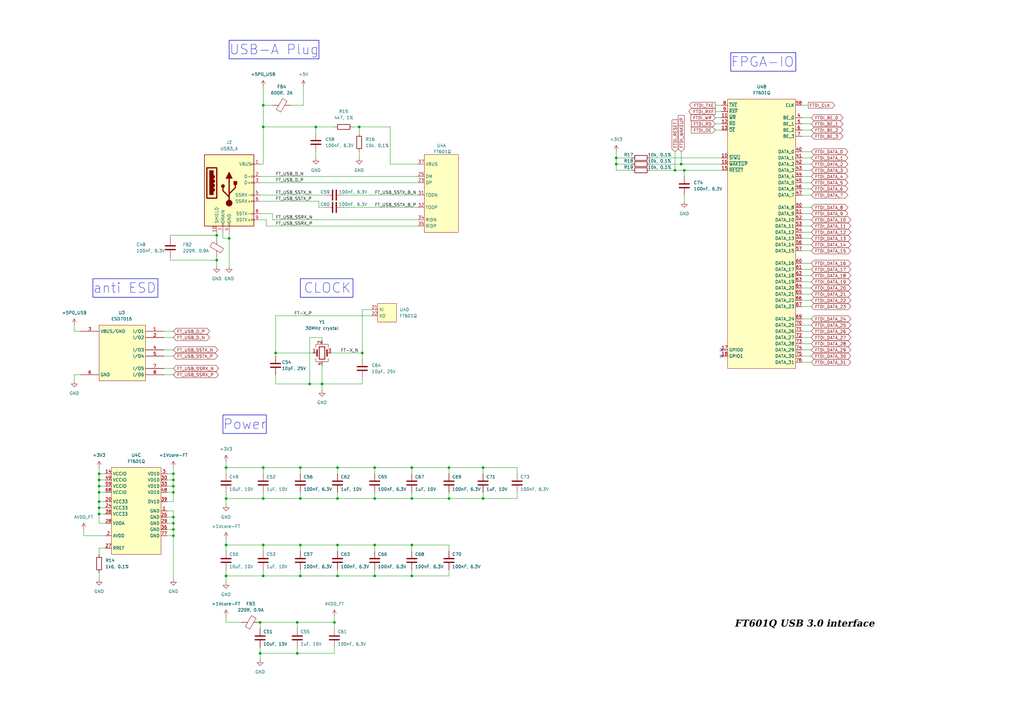
<source format=kicad_sch>
(kicad_sch (version 20231120) (generator "eeschema") (generator_version "8.0")
  (paper "A3")
  (title_block (title "MurPhy SDR") (date "2024-04-22") (company "M.P Inc"))
  (junction (at 40.64 208.28))
  (junction (at 40.64 205.74))
  (junction (at 71.12 194.31))
  (junction (at 123.19 191.77))
  (junction (at 148.59 144.78))
  (junction (at 198.12 191.77))
  (junction (at 71.12 219.71))
  (junction (at 107.95 236.22))
  (junction (at 138.43 204.47))
  (junction (at 71.12 217.17))
  (junction (at 71.12 214.63))
  (junction (at 153.67 236.22))
  (junction (at 168.91 191.77))
  (junction (at 121.92 255.27))
  (junction (at 280.67 69.85))
  (junction (at 40.64 201.93))
  (junction (at 40.64 194.31))
  (junction (at 138.43 191.77))
  (junction (at 168.91 236.22))
  (junction (at 252.73 67.31))
  (junction (at 127 157.48))
  (junction (at 107.95 43.18))
  (junction (at 123.19 236.22))
  (junction (at 153.67 223.52))
  (junction (at 184.15 191.77))
  (junction (at 138.43 236.22))
  (junction (at 279.4 67.31))
  (junction (at 153.67 204.47))
  (junction (at 129.54 52.07))
  (junction (at 252.73 64.77))
  (junction (at 184.15 204.47))
  (junction (at 40.64 199.39))
  (junction (at 107.95 223.52))
  (junction (at 138.43 223.52))
  (junction (at 276.86 69.85))
  (junction (at 92.71 204.47))
  (junction (at 106.68 267.97))
  (junction (at 168.91 223.52))
  (junction (at 92.71 223.52))
  (junction (at 107.95 52.07))
  (junction (at 71.12 212.09))
  (junction (at 107.95 191.77))
  (junction (at 137.16 255.27))
  (junction (at 71.12 199.39))
  (junction (at 106.68 255.27))
  (junction (at 40.64 196.85))
  (junction (at 147.32 52.07))
  (junction (at 198.12 204.47))
  (junction (at 121.92 267.97))
  (junction (at 71.12 201.93))
  (junction (at 107.95 204.47))
  (junction (at 93.98 97.79))
  (junction (at 88.9 106.68))
  (junction (at 92.71 191.77))
  (junction (at 71.12 196.85))
  (junction (at 88.9 96.52))
  (junction (at 40.64 210.82))
  (junction (at 123.19 204.47))
  (junction (at 92.71 236.22))
  (junction (at 132.08 157.48))
  (junction (at 123.19 223.52))
  (junction (at 168.91 204.47))
  (junction (at 113.03 144.78))
  (junction (at 153.67 191.77))
  (no_connect (at 295.91 146.05))
  (no_connect (at 295.91 143.51))
  (wire (pts (xy 328.93 140.97) (xy 332.74 140.97)))
  (wire (pts (xy 69.85 106.68) (xy 88.9 106.68)))
  (wire (pts (xy 138.43 191.77) (xy 153.67 191.77)))
  (wire (pts (xy 328.93 80.01) (xy 332.74 80.01)))
  (wire (pts (xy 328.93 48.26) (xy 332.74 48.26)))
  (wire (pts (xy 184.15 201.93) (xy 184.15 204.47)))
  (wire (pts (xy 129.54 52.07) (xy 107.95 52.07)))
  (wire (pts (xy 40.64 194.31) (xy 40.64 196.85)))
  (wire (pts (xy 148.59 144.78) (xy 148.59 147.32)))
  (wire (pts (xy 168.91 223.52) (xy 168.91 226.06)))
  (wire (pts (xy 88.9 106.68) (xy 88.9 109.22)))
  (wire (pts (xy 153.67 223.52) (xy 168.91 223.52)))
  (wire (pts (xy 184.15 223.52) (xy 184.15 226.06)))
  (wire (pts (xy 124.46 43.18) (xy 124.46 35.56)))
  (wire (pts (xy 68.58 209.55) (xy 71.12 209.55)))
  (wire (pts (xy 88.9 105.41) (xy 88.9 106.68)))
  (wire (pts (xy 71.12 146.05) (xy 67.31 146.05)))
  (wire (pts (xy 132.08 138.43) (xy 127 138.43)))
  (wire (pts (xy 107.95 223.52) (xy 123.19 223.52)))
  (wire (pts (xy 92.71 223.52) (xy 107.95 223.52)))
  (wire (pts (xy 106.68 267.97) (xy 121.92 267.97)))
  (wire (pts (xy 106.68 267.97) (xy 106.68 270.51)))
  (wire (pts (xy 132.08 149.86) (xy 132.08 157.48)))
  (wire (pts (xy 68.58 201.93) (xy 71.12 201.93)))
  (wire (pts (xy 107.95 201.93) (xy 107.95 204.47)))
  (wire (pts (xy 147.32 62.23) (xy 147.32 64.77)))
  (wire (pts (xy 40.64 201.93) (xy 40.64 205.74)))
  (wire (pts (xy 121.92 255.27) (xy 121.92 257.81)))
  (wire (pts (xy 69.85 96.52) (xy 88.9 96.52)))
  (wire (pts (xy 111.76 43.18) (xy 107.95 43.18)))
  (wire (pts (xy 259.08 69.85) (xy 252.73 69.85)))
  (wire (pts (xy 93.98 97.79) (xy 93.98 109.22)))
  (wire (pts (xy 252.73 62.23) (xy 252.73 64.77)))
  (wire (pts (xy 293.37 43.18) (xy 295.91 43.18)))
  (wire (pts (xy 123.19 201.93) (xy 123.19 204.47)))
  (wire (pts (xy 252.73 67.31) (xy 259.08 67.31)))
  (wire (pts (xy 71.12 201.93) (xy 71.12 205.74)))
  (wire (pts (xy 92.71 236.22) (xy 107.95 236.22)))
  (wire (pts (xy 328.93 143.51) (xy 332.74 143.51)))
  (wire (pts (xy 68.58 214.63) (xy 71.12 214.63)))
  (wire (pts (xy 43.18 194.31) (xy 40.64 194.31)))
  (wire (pts (xy 293.37 45.72) (xy 295.91 45.72)))
  (wire (pts (xy 33.02 135.89) (xy 30.48 135.89)))
  (wire (pts (xy 40.64 224.79) (xy 40.64 227.33)))
  (wire (pts (xy 276.86 69.85) (xy 280.67 69.85)))
  (wire (pts (xy 328.93 62.23) (xy 332.74 62.23)))
  (wire (pts (xy 138.43 191.77) (xy 138.43 194.31)))
  (wire (pts (xy 107.95 233.68) (xy 107.95 236.22)))
  (wire (pts (xy 119.38 43.18) (xy 124.46 43.18)))
  (wire (pts (xy 40.64 196.85) (xy 43.18 196.85)))
  (wire (pts (xy 91.44 95.25) (xy 91.44 97.79)))
  (wire (pts (xy 328.93 53.34) (xy 332.74 53.34)))
  (wire (pts (xy 71.12 194.31) (xy 71.12 196.85)))
  (wire (pts (xy 137.16 265.43) (xy 137.16 267.97)))
  (wire (pts (xy 92.71 204.47) (xy 92.71 207.01)))
  (wire (pts (xy 328.93 107.95) (xy 332.74 107.95)))
  (wire (pts (xy 328.93 50.8) (xy 332.74 50.8)))
  (wire (pts (xy 328.93 125.73) (xy 332.74 125.73)))
  (wire (pts (xy 43.18 219.71) (xy 34.29 219.71)))
  (wire (pts (xy 106.68 72.39) (xy 171.45 72.39)))
  (wire (pts (xy 280.67 82.55) (xy 280.67 80.01)))
  (wire (pts (xy 69.85 105.41) (xy 69.85 106.68)))
  (wire (pts (xy 71.12 135.89) (xy 67.31 135.89)))
  (wire (pts (xy 109.22 90.17) (xy 109.22 92.71)))
  (wire (pts (xy 280.67 72.39) (xy 280.67 69.85)))
  (wire (pts (xy 93.98 95.25) (xy 93.98 97.79)))
  (wire (pts (xy 111.76 90.17) (xy 171.45 90.17)))
  (wire (pts (xy 132.08 157.48) (xy 148.59 157.48)))
  (wire (pts (xy 33.02 153.67) (xy 30.48 153.67)))
  (wire (pts (xy 71.12 199.39) (xy 71.12 201.93)))
  (wire (pts (xy 328.93 135.89) (xy 332.74 135.89)))
  (wire (pts (xy 138.43 201.93) (xy 138.43 204.47)))
  (wire (pts (xy 92.71 189.23) (xy 92.71 191.77)))
  (wire (pts (xy 147.32 52.07) (xy 160.02 52.07)))
  (wire (pts (xy 106.68 80.01) (xy 133.35 80.01)))
  (wire (pts (xy 153.67 223.52) (xy 153.67 226.06)))
  (wire (pts (xy 328.93 67.31) (xy 332.74 67.31)))
  (wire (pts (xy 252.73 64.77) (xy 259.08 64.77)))
  (wire (pts (xy 212.09 201.93) (xy 212.09 204.47)))
  (wire (pts (xy 328.93 118.11) (xy 332.74 118.11)))
  (wire (pts (xy 279.4 62.23) (xy 279.4 67.31)))
  (wire (pts (xy 106.68 90.17) (xy 109.22 90.17)))
  (wire (pts (xy 135.89 144.78) (xy 148.59 144.78)))
  (wire (pts (xy 71.12 153.67) (xy 67.31 153.67)))
  (wire (pts (xy 106.68 255.27) (xy 121.92 255.27)))
  (wire (pts (xy 328.93 64.77) (xy 332.74 64.77)))
  (wire (pts (xy 92.71 223.52) (xy 92.71 226.06)))
  (wire (pts (xy 168.91 191.77) (xy 168.91 194.31)))
  (wire (pts (xy 168.91 233.68) (xy 168.91 236.22)))
  (wire (pts (xy 68.58 217.17) (xy 71.12 217.17)))
  (wire (pts (xy 92.71 236.22) (xy 92.71 238.76)))
  (wire (pts (xy 276.86 62.23) (xy 276.86 69.85)))
  (wire (pts (xy 106.68 67.31) (xy 107.95 67.31)))
  (wire (pts (xy 40.64 196.85) (xy 40.64 199.39)))
  (wire (pts (xy 328.93 115.57) (xy 332.74 115.57)))
  (wire (pts (xy 328.93 90.17) (xy 332.74 90.17)))
  (wire (pts (xy 130.81 82.55) (xy 106.68 82.55)))
  (wire (pts (xy 92.71 201.93) (xy 92.71 204.47)))
  (wire (pts (xy 266.7 69.85) (xy 276.86 69.85)))
  (wire (pts (xy 71.12 214.63) (xy 71.12 217.17)))
  (wire (pts (xy 68.58 212.09) (xy 71.12 212.09)))
  (wire (pts (xy 138.43 204.47) (xy 153.67 204.47)))
  (wire (pts (xy 153.67 191.77) (xy 153.67 194.31)))
  (wire (pts (xy 129.54 52.07) (xy 129.54 54.61)))
  (wire (pts (xy 71.12 138.43) (xy 67.31 138.43)))
  (wire (pts (xy 123.19 233.68) (xy 123.19 236.22)))
  (wire (pts (xy 40.64 210.82) (xy 40.64 214.63)))
  (wire (pts (xy 328.93 148.59) (xy 332.74 148.59)))
  (wire (pts (xy 328.93 87.63) (xy 332.74 87.63)))
  (wire (pts (xy 107.95 223.52) (xy 107.95 226.06)))
  (wire (pts (xy 160.02 52.07) (xy 160.02 67.31)))
  (wire (pts (xy 123.19 223.52) (xy 123.19 226.06)))
  (wire (pts (xy 147.32 52.07) (xy 147.32 54.61)))
  (wire (pts (xy 140.97 85.09) (xy 171.45 85.09)))
  (wire (pts (xy 30.48 133.35) (xy 30.48 135.89)))
  (wire (pts (xy 40.64 234.95) (xy 40.64 237.49)))
  (wire (pts (xy 123.19 191.77) (xy 123.19 194.31)))
  (wire (pts (xy 328.93 130.81) (xy 332.74 130.81)))
  (wire (pts (xy 144.78 52.07) (xy 147.32 52.07)))
  (wire (pts (xy 266.7 64.77) (xy 295.91 64.77)))
  (wire (pts (xy 184.15 204.47) (xy 198.12 204.47)))
  (wire (pts (xy 123.19 204.47) (xy 138.43 204.47)))
  (wire (pts (xy 68.58 194.31) (xy 71.12 194.31)))
  (wire (pts (xy 40.64 210.82) (xy 43.18 210.82)))
  (wire (pts (xy 30.48 153.67) (xy 30.48 156.21)))
  (wire (pts (xy 107.95 204.47) (xy 123.19 204.47)))
  (wire (pts (xy 140.97 80.01) (xy 171.45 80.01)))
  (wire (pts (xy 113.03 157.48) (xy 127 157.48)))
  (wire (pts (xy 92.71 255.27) (xy 99.06 255.27)))
  (wire (pts (xy 106.68 255.27) (xy 106.68 257.81)))
  (wire (pts (xy 328.93 102.87) (xy 332.74 102.87)))
  (wire (pts (xy 132.08 157.48) (xy 132.08 160.02)))
  (wire (pts (xy 92.71 220.98) (xy 92.71 223.52)))
  (wire (pts (xy 107.95 35.56) (xy 107.95 43.18)))
  (wire (pts (xy 168.91 201.93) (xy 168.91 204.47)))
  (wire (pts (xy 106.68 74.93) (xy 171.45 74.93)))
  (wire (pts (xy 71.12 191.77) (xy 71.12 194.31)))
  (wire (pts (xy 113.03 144.78) (xy 113.03 129.54)))
  (wire (pts (xy 123.19 223.52) (xy 138.43 223.52)))
  (wire (pts (xy 168.91 236.22) (xy 184.15 236.22)))
  (wire (pts (xy 138.43 223.52) (xy 153.67 223.52)))
  (wire (pts (xy 71.12 196.85) (xy 71.12 199.39)))
  (wire (pts (xy 123.19 236.22) (xy 138.43 236.22)))
  (wire (pts (xy 88.9 95.25) (xy 88.9 96.52)))
  (wire (pts (xy 138.43 223.52) (xy 138.43 226.06)))
  (wire (pts (xy 293.37 50.8) (xy 295.91 50.8)))
  (wire (pts (xy 252.73 67.31) (xy 252.73 69.85)))
  (wire (pts (xy 107.95 52.07) (xy 107.95 67.31)))
  (wire (pts (xy 252.73 64.77) (xy 252.73 67.31)))
  (wire (pts (xy 168.91 223.52) (xy 184.15 223.52)))
  (wire (pts (xy 107.95 236.22) (xy 123.19 236.22)))
  (wire (pts (xy 184.15 191.77) (xy 198.12 191.77)))
  (wire (pts (xy 328.93 69.85) (xy 332.74 69.85)))
  (wire (pts (xy 130.81 85.09) (xy 130.81 82.55)))
  (wire (pts (xy 328.93 55.88) (xy 332.74 55.88)))
  (wire (pts (xy 40.64 191.77) (xy 40.64 194.31)))
  (wire (pts (xy 198.12 191.77) (xy 212.09 191.77)))
  (wire (pts (xy 153.67 191.77) (xy 168.91 191.77)))
  (wire (pts (xy 88.9 96.52) (xy 88.9 97.79)))
  (wire (pts (xy 71.12 209.55) (xy 71.12 212.09)))
  (wire (pts (xy 43.18 224.79) (xy 40.64 224.79)))
  (wire (pts (xy 92.71 191.77) (xy 107.95 191.77)))
  (wire (pts (xy 328.93 85.09) (xy 332.74 85.09)))
  (wire (pts (xy 152.4 127) (xy 148.59 127)))
  (wire (pts (xy 328.93 146.05) (xy 332.74 146.05)))
  (wire (pts (xy 113.03 144.78) (xy 128.27 144.78)))
  (wire (pts (xy 71.12 151.13) (xy 67.31 151.13)))
  (wire (pts (xy 328.93 138.43) (xy 332.74 138.43)))
  (wire (pts (xy 328.93 43.18) (xy 331.47 43.18)))
  (wire (pts (xy 40.64 199.39) (xy 43.18 199.39)))
  (wire (pts (xy 137.16 255.27) (xy 137.16 257.81)))
  (wire (pts (xy 71.12 212.09) (xy 71.12 214.63)))
  (wire (pts (xy 107.95 191.77) (xy 123.19 191.77)))
  (wire (pts (xy 106.68 87.63) (xy 111.76 87.63)))
  (wire (pts (xy 168.91 191.77) (xy 184.15 191.77)))
  (wire (pts (xy 71.12 217.17) (xy 71.12 219.71)))
  (wire (pts (xy 121.92 265.43) (xy 121.92 267.97)))
  (wire (pts (xy 266.7 67.31) (xy 279.4 67.31)))
  (wire (pts (xy 328.93 110.49) (xy 332.74 110.49)))
  (wire (pts (xy 111.76 87.63) (xy 111.76 90.17)))
  (wire (pts (xy 153.67 201.93) (xy 153.67 204.47)))
  (wire (pts (xy 184.15 233.68) (xy 184.15 236.22)))
  (wire (pts (xy 153.67 204.47) (xy 168.91 204.47)))
  (wire (pts (xy 71.12 143.51) (xy 67.31 143.51)))
  (wire (pts (xy 212.09 191.77) (xy 212.09 194.31)))
  (wire (pts (xy 34.29 217.17) (xy 34.29 219.71)))
  (wire (pts (xy 198.12 204.47) (xy 212.09 204.47)))
  (wire (pts (xy 160.02 67.31) (xy 171.45 67.31)))
  (wire (pts (xy 293.37 48.26) (xy 295.91 48.26)))
  (wire (pts (xy 68.58 205.74) (xy 71.12 205.74)))
  (wire (pts (xy 328.93 97.79) (xy 332.74 97.79)))
  (wire (pts (xy 40.64 199.39) (xy 40.64 201.93)))
  (wire (pts (xy 40.64 208.28) (xy 43.18 208.28)))
  (wire (pts (xy 328.93 133.35) (xy 332.74 133.35)))
  (wire (pts (xy 328.93 77.47) (xy 332.74 77.47)))
  (wire (pts (xy 328.93 95.25) (xy 332.74 95.25)))
  (wire (pts (xy 184.15 191.77) (xy 184.15 194.31)))
  (wire (pts (xy 328.93 74.93) (xy 332.74 74.93)))
  (wire (pts (xy 137.16 252.73) (xy 137.16 255.27)))
  (wire (pts (xy 123.19 191.77) (xy 138.43 191.77)))
  (wire (pts (xy 71.12 219.71) (xy 71.12 237.49)))
  (wire (pts (xy 328.93 100.33) (xy 332.74 100.33)))
  (wire (pts (xy 328.93 113.03) (xy 332.74 113.03)))
  (wire (pts (xy 40.64 201.93) (xy 43.18 201.93)))
  (wire (pts (xy 138.43 236.22) (xy 153.67 236.22)))
  (wire (pts (xy 107.95 191.77) (xy 107.95 194.31)))
  (wire (pts (xy 121.92 255.27) (xy 137.16 255.27)))
  (wire (pts (xy 91.44 97.79) (xy 93.98 97.79)))
  (wire (pts (xy 168.91 204.47) (xy 184.15 204.47)))
  (wire (pts (xy 107.95 43.18) (xy 107.95 52.07)))
  (wire (pts (xy 198.12 201.93) (xy 198.12 204.47)))
  (wire (pts (xy 132.08 139.7) (xy 132.08 138.43)))
  (wire (pts (xy 293.37 53.34) (xy 295.91 53.34)))
  (wire (pts (xy 129.54 62.23) (xy 129.54 64.77)))
  (wire (pts (xy 328.93 120.65) (xy 332.74 120.65)))
  (wire (pts (xy 148.59 127) (xy 148.59 144.78)))
  (wire (pts (xy 133.35 85.09) (xy 130.81 85.09)))
  (wire (pts (xy 40.64 208.28) (xy 40.64 210.82)))
  (wire (pts (xy 328.93 72.39) (xy 332.74 72.39)))
  (wire (pts (xy 92.71 204.47) (xy 107.95 204.47)))
  (wire (pts (xy 198.12 191.77) (xy 198.12 194.31)))
  (wire (pts (xy 92.71 233.68) (xy 92.71 236.22)))
  (wire (pts (xy 153.67 233.68) (xy 153.67 236.22)))
  (wire (pts (xy 127 138.43) (xy 127 157.48)))
  (wire (pts (xy 109.22 92.71) (xy 171.45 92.71)))
  (wire (pts (xy 113.03 146.05) (xy 113.03 144.78)))
  (wire (pts (xy 40.64 205.74) (xy 43.18 205.74)))
  (wire (pts (xy 138.43 233.68) (xy 138.43 236.22)))
  (wire (pts (xy 148.59 157.48) (xy 148.59 154.94)))
  (wire (pts (xy 127 157.48) (xy 132.08 157.48)))
  (wire (pts (xy 68.58 196.85) (xy 71.12 196.85)))
  (wire (pts (xy 40.64 205.74) (xy 40.64 208.28)))
  (wire (pts (xy 121.92 267.97) (xy 137.16 267.97)))
  (wire (pts (xy 328.93 123.19) (xy 332.74 123.19)))
  (wire (pts (xy 92.71 191.77) (xy 92.71 194.31)))
  (wire (pts (xy 328.93 92.71) (xy 332.74 92.71)))
  (wire (pts (xy 129.54 52.07) (xy 137.16 52.07)))
  (wire (pts (xy 113.03 153.67) (xy 113.03 157.48)))
  (wire (pts (xy 113.03 129.54) (xy 152.4 129.54)))
  (wire (pts (xy 92.71 252.73) (xy 92.71 255.27)))
  (wire (pts (xy 279.4 67.31) (xy 295.91 67.31)))
  (wire (pts (xy 68.58 219.71) (xy 71.12 219.71)))
  (wire (pts (xy 43.18 214.63) (xy 40.64 214.63)))
  (wire (pts (xy 68.58 199.39) (xy 71.12 199.39)))
  (wire (pts (xy 280.67 69.85) (xy 295.91 69.85)))
  (wire (pts (xy 69.85 97.79) (xy 69.85 96.52)))
  (wire (pts (xy 153.67 236.22) (xy 168.91 236.22)))
  (wire (pts (xy 106.68 265.43) (xy 106.68 267.97)))
  (rectangle (start 93.98 16.51) (end 130.81 24.13) (stroke (width 0.2159)))
  (rectangle (start 299.72 21.59) (end 326.39 29.21) (stroke (width 0.2159)))
  (rectangle (start 38.1 114.3) (end 64.77 121.92) (stroke (width 0.2159)))
  (rectangle (start 123.19 114.3) (end 144.78 121.92) (stroke (width 0.2159)))
  (rectangle (start 91.44 170.18) (end 109.22 177.8) (stroke (width 0.2159)))
  (text "CLOCK" (at 124.46 120.65 0) (effects (font (size 4 4)) (justify left bottom)))
  (text "FT601Q USB 3.0 interface" (at 329.946 256.794 0) (effects (font (size 2.794 2.794) (thickness 1.016) (bold yes) (italic yes))))
  (text "Power" (at 91.44 176.53 0) (effects (font (size 4 4)) (justify left bottom)))
  (text "USB-A Plug" (at 93.98 22.86 0) (effects (font (size 4 4)) (justify left bottom)))
  (text "anti ESD" (at 38.1 120.65 0) (effects (font (size 4 4)) (justify left bottom)))
  (text "FPGA-IO" (at 299.72 27.94 0) (effects (font (size 4 4)) (justify left bottom)))
  (label "FT_USB_SSTX_P" (at 113.03 82.55 0))
  (label "FT-X_P" (at 120.65 129.54 0))
  (label "FT-X_N" (at 139.7 144.78 0))
  (label "FT_USB_D_N" (at 113.03 72.39 0))
  (label "FT_USB_SSTX_B_P" (at 153.67 85.09 0))
  (label "FT_USB_SSTX_B_N" (at 153.67 80.01 0))
  (label "FT_USB_SSRX_N" (at 113.03 90.17 0))
  (label "FT_USB_SSTX_N" (at 113.03 80.01 0))
  (label "FT_USB_D_P" (at 113.03 74.93 0))
  (label "FT_USB_SSRX_P" (at 113.03 92.71 0))
  (global_label "FTDI_OE" (shape input) (at 293.37 53.34 180) (property "Intersheetrefs" "${INTERSHEET_REFS}" (effects (hide yes))))
  (global_label "FTDI_DATA_24" (shape bidirectional) (at 332.74 130.81 0) (property "Intersheetrefs" "${INTERSHEET_REFS}" (effects (hide yes))))
  (global_label "FTDI_DATA_21" (shape bidirectional) (at 332.74 120.65 0) (property "Intersheetrefs" "${INTERSHEET_REFS}" (effects (hide yes))))
  (global_label "FTDI_BE_0" (shape bidirectional) (at 332.74 48.26 0) (property "Intersheetrefs" "${INTERSHEET_REFS}" (effects (hide yes))))
  (global_label "FTDI_RXF" (shape output) (at 293.37 45.72 180) (property "Intersheetrefs" "${INTERSHEET_REFS}" (effects (hide yes))))
  (global_label "FTDI_DATA_9" (shape bidirectional) (at 332.74 87.63 0) (property "Intersheetrefs" "${INTERSHEET_REFS}" (effects (hide yes))))
  (global_label "FTDI_DATA_20" (shape bidirectional) (at 332.74 118.11 0) (property "Intersheetrefs" "${INTERSHEET_REFS}" (effects (hide yes))))
  (global_label "FTDI_WR" (shape input) (at 293.37 48.26 180) (property "Intersheetrefs" "${INTERSHEET_REFS}" (effects (hide yes))))
  (global_label "FTDI_DATA_11" (shape bidirectional) (at 332.74 92.71 0) (property "Intersheetrefs" "${INTERSHEET_REFS}" (effects (hide yes))))
  (global_label "FTDI_DATA_28" (shape bidirectional) (at 332.74 140.97 0) (property "Intersheetrefs" "${INTERSHEET_REFS}" (effects (hide yes))))
  (global_label "FTDI_DATA_25" (shape bidirectional) (at 332.74 133.35 0) (property "Intersheetrefs" "${INTERSHEET_REFS}" (effects (hide yes))))
  (global_label "FTDI_DATA_22" (shape bidirectional) (at 332.74 123.19 0) (property "Intersheetrefs" "${INTERSHEET_REFS}" (effects (hide yes))))
  (global_label "FTDI_DATA_13" (shape bidirectional) (at 332.74 97.79 0) (property "Intersheetrefs" "${INTERSHEET_REFS}" (effects (hide yes))))
  (global_label "FTDI_DATA_7" (shape bidirectional) (at 332.74 80.01 0) (property "Intersheetrefs" "${INTERSHEET_REFS}" (effects (hide yes))))
  (global_label "FT_USB_SSTX_P" (shape bidirectional) (at 71.12 146.05 0) (property "Intersheetrefs" "${INTERSHEET_REFS}" (effects (hide yes))))
  (global_label "FTDI_DATA_4" (shape bidirectional) (at 332.74 72.39 0) (property "Intersheetrefs" "${INTERSHEET_REFS}" (effects (hide yes))))
  (global_label "FTDI_RESET" (shape input) (at 276.86 62.23 90) (property "Intersheetrefs" "${INTERSHEET_REFS}" (effects (hide yes))))
  (global_label "FTDI_DATA_3" (shape bidirectional) (at 332.74 69.85 0) (property "Intersheetrefs" "${INTERSHEET_REFS}" (effects (hide yes))))
  (global_label "FTDI_DATA_19" (shape bidirectional) (at 332.74 115.57 0) (property "Intersheetrefs" "${INTERSHEET_REFS}" (effects (hide yes))))
  (global_label "FT_USB_SSRX_P" (shape bidirectional) (at 71.12 153.67 0) (property "Intersheetrefs" "${INTERSHEET_REFS}" (effects (hide yes))))
  (global_label "FTDI_DATA_5" (shape bidirectional) (at 332.74 74.93 0) (property "Intersheetrefs" "${INTERSHEET_REFS}" (effects (hide yes))))
  (global_label "FTDI_DATA_27" (shape bidirectional) (at 332.74 138.43 0) (property "Intersheetrefs" "${INTERSHEET_REFS}" (effects (hide yes))))
  (global_label "FTDI_RD" (shape input) (at 293.37 50.8 180) (property "Intersheetrefs" "${INTERSHEET_REFS}" (effects (hide yes))))
  (global_label "FTDI_DATA_31" (shape bidirectional) (at 332.74 148.59 0) (property "Intersheetrefs" "${INTERSHEET_REFS}" (effects (hide yes))))
  (global_label "FTDI_DATA_14" (shape bidirectional) (at 332.74 100.33 0) (property "Intersheetrefs" "${INTERSHEET_REFS}" (effects (hide yes))))
  (global_label "FTDI_DATA_10" (shape bidirectional) (at 332.74 90.17 0) (property "Intersheetrefs" "${INTERSHEET_REFS}" (effects (hide yes))))
  (global_label "FTDI_DATA_0" (shape bidirectional) (at 332.74 62.23 0) (property "Intersheetrefs" "${INTERSHEET_REFS}" (effects (hide yes))))
  (global_label "FTDI_WAKEUP" (shape input) (at 279.4 62.23 90) (property "Intersheetrefs" "${INTERSHEET_REFS}" (effects (hide yes))))
  (global_label "FTDI_DATA_12" (shape bidirectional) (at 332.74 95.25 0) (property "Intersheetrefs" "${INTERSHEET_REFS}" (effects (hide yes))))
  (global_label "FTDI_DATA_18" (shape bidirectional) (at 332.74 113.03 0) (property "Intersheetrefs" "${INTERSHEET_REFS}" (effects (hide yes))))
  (global_label "FTDI_DATA_23" (shape bidirectional) (at 332.74 125.73 0) (property "Intersheetrefs" "${INTERSHEET_REFS}" (effects (hide yes))))
  (global_label "FTDI_BE_3" (shape bidirectional) (at 332.74 55.88 0) (property "Intersheetrefs" "${INTERSHEET_REFS}" (effects (hide yes))))
  (global_label "FTDI_DATA_2" (shape bidirectional) (at 332.74 67.31 0) (property "Intersheetrefs" "${INTERSHEET_REFS}" (effects (hide yes))))
  (global_label "FT_USB_SSRX_N" (shape bidirectional) (at 71.12 151.13 0) (property "Intersheetrefs" "${INTERSHEET_REFS}" (effects (hide yes))))
  (global_label "FTDI_CLK" (shape output) (at 331.47 43.18 0) (property "Intersheetrefs" "${INTERSHEET_REFS}" (effects (hide yes))))
  (global_label "FTDI_BE_1" (shape bidirectional) (at 332.74 50.8 0) (property "Intersheetrefs" "${INTERSHEET_REFS}" (effects (hide yes))))
  (global_label "FTDI_DATA_1" (shape bidirectional) (at 332.74 64.77 0) (property "Intersheetrefs" "${INTERSHEET_REFS}" (effects (hide yes))))
  (global_label "FTDI_BE_2" (shape bidirectional) (at 332.74 53.34 0) (property "Intersheetrefs" "${INTERSHEET_REFS}" (effects (hide yes))))
  (global_label "FTDI_DATA_30" (shape bidirectional) (at 332.74 146.05 0) (property "Intersheetrefs" "${INTERSHEET_REFS}" (effects (hide yes))))
  (global_label "FTDI_TXE" (shape output) (at 293.37 43.18 180) (property "Intersheetrefs" "${INTERSHEET_REFS}" (effects (hide yes))))
  (global_label "FTDI_DATA_17" (shape bidirectional) (at 332.74 110.49 0) (property "Intersheetrefs" "${INTERSHEET_REFS}" (effects (hide yes))))
  (global_label "FTDI_DATA_15" (shape bidirectional) (at 332.74 102.87 0) (property "Intersheetrefs" "${INTERSHEET_REFS}" (effects (hide yes))))
  (global_label "FTDI_DATA_6" (shape bidirectional) (at 332.74 77.47 0) (property "Intersheetrefs" "${INTERSHEET_REFS}" (effects (hide yes))))
  (global_label "FT_USB_D_P" (shape bidirectional) (at 71.12 135.89 0) (property "Intersheetrefs" "${INTERSHEET_REFS}" (effects (hide yes))))
  (global_label "FTDI_DATA_29" (shape bidirectional) (at 332.74 143.51 0) (property "Intersheetrefs" "${INTERSHEET_REFS}" (effects (hide yes))))
  (global_label "FT_USB_D_N" (shape bidirectional) (at 71.12 138.43 0) (property "Intersheetrefs" "${INTERSHEET_REFS}" (effects (hide yes))))
  (global_label "FTDI_DATA_26" (shape bidirectional) (at 332.74 135.89 0) (property "Intersheetrefs" "${INTERSHEET_REFS}" (effects (hide yes))))
  (global_label "FTDI_DATA_8" (shape bidirectional) (at 332.74 85.09 0) (property "Intersheetrefs" "${INTERSHEET_REFS}" (effects (hide yes))))
  (global_label "FTDI_DATA_16" (shape bidirectional) (at 332.74 107.95 0) (property "Intersheetrefs" "${INTERSHEET_REFS}" (effects (hide yes))))
  (global_label "FT_USB_SSTX_N" (shape bidirectional) (at 71.12 143.51 0) (property "Intersheetrefs" "${INTERSHEET_REFS}" (effects (hide yes))))
  (symbol (lib_id "MurPhySDR-symbols:+AVDD_FT") (at 137.16 252.73 0) (unit 1)
    (property "Reference" "#PWR055" (effects (hide yes)))
    (property "Value" "AVDD_FT" (at 137.16 247.65 0))
    (property "Footprint" "  (property \"Reference\" \"#PWR\" (at 0 -3.81 0)" (effects (hide yes)))
  )
  (symbol (lib_id "MurPhySDR-symbols:C") (at 123.19 198.12 0) (unit 1)
    (property "Reference" "C56" (at 124.46 195.58 0) (effects (justify left)))
    (property "Value" "100nF, 6.3V" (at 124.46 200.66 0) (effects (justify left)))
    (property "Footprint" "Capacitor_SMD:C_0201_0603Metric" (effects (hide yes)))
    (property "Description" "Unpolarized capacitor" (effects (hide yes)))
    (property "Manufacturer_Name" "Murata" (effects (hide yes)))
    (property "Manufacturer_Part_Number" "GRM033R60J104KE19D" (effects (hide yes)))
    (property "Mouser Part Number" "81-GRM033R60J104KE19" (effects (hide yes)))
  )
  (symbol (lib_id "MurPhySDR-symbols:C") (at 137.16 80.01 90) (unit 1)
    (property "Reference" "C59" (at 133.35 78.74 90))
    (property "Value" "100nF, 6.3V" (at 144.78 78.74 90))
    (property "Footprint" "Capacitor_SMD:C_0201_0603Metric" (effects (hide yes)))
    (property "Description" "Unpolarized capacitor" (effects (hide yes)))
    (property "Manufacturer_Name" "Murata" (effects (hide yes)))
    (property "Manufacturer_Part_Number" "GRM033R60J104KE19D" (effects (hide yes)))
    (property "Mouser Part Number" "81-GRM033R60J104KE19" (effects (hide yes)))
  )
  (symbol (lib_id "MurPhySDR-symbols:C") (at 184.15 198.12 0) (unit 1)
    (property "Reference" "C69" (at 185.42 195.58 0) (effects (justify left)))
    (property "Value" "100nF, 6.3V" (at 185.42 200.66 0) (effects (justify left)))
    (property "Footprint" "Capacitor_SMD:C_0201_0603Metric" (effects (hide yes)))
    (property "Description" "Unpolarized capacitor" (effects (hide yes)))
    (property "Manufacturer_Name" "Murata" (effects (hide yes)))
    (property "Manufacturer_Part_Number" "GRM033R60J104KE19D" (effects (hide yes)))
    (property "Mouser Part Number" "81-GRM033R60J104KE19" (effects (hide yes)))
  )
  (symbol (lib_id "MurPhySDR-symbols:FerriteBead") (at 102.87 255.27 90) (unit 1)
    (property "Reference" "FB3" (at 102.8192 247.65 90))
    (property "Value" "220R, 0.9A" (at 102.8192 250.19 90))
    (property "Footprint" "Inductor_SMD:L_0402_1005Metric" (effects (hide yes)))
    (property "Description" "Ferrite bead" (effects (hide yes)))
    (property "Manufacturer_Name" "TDK" (effects (hide yes)))
    (property "Manufacturer_Part_Number" "MPZ1005S221ET000" (effects (hide yes)))
    (property "Mouser Part Number" "810-MPZ1005S221ET000" (effects (hide yes)))
  )
  (symbol (lib_id "MurPhySDR-symbols:C") (at 148.59 151.13 0) (unit 1)
    (property "Reference" "C64" (at 152.4 149.86 0) (effects (justify left)))
    (property "Value" "10pF, 25V" (at 152.4 152.4 0) (effects (justify left)))
    (property "Footprint" "Capacitor_SMD:C_0402_1005Metric" (effects (hide yes)))
    (property "Description" "Unpolarized capacitor" (effects (hide yes)))
    (property "Manufacturer_Name" "Murata" (effects (hide yes)))
    (property "Manufacturer_Part_Number" "GRM1555C1E100JA01D" (effects (hide yes)))
    (property "Mouser Part Number" "81-GRM1555C1E100JA1D" (effects (hide yes)))
  )
  (symbol (lib_id "MurPhySDR-symbols:+1Vcore-FT") (at 92.71 220.98 0) (unit 1)
    (property "Reference" "#PWR046" (effects (hide yes)))
    (property "Value" "+1Vcore-FT" (at 92.71 215.9 0))
    (property "Footprint" "  (property \"Reference\" \"#PWR\" (at 0 -3.81 0)" (effects (hide yes)))
  )
  (symbol (lib_id "MurPhySDR-symbols:+VCC5P0_USB") (at 30.48 133.35 0) (unit 1)
    (property "Reference" "#PWR036" (effects (hide yes)))
    (property "Value" "+5P0_USB" (at 30.48 128.27 0))
    (property "Footprint" "  (property \"Reference\" \"#PWR\" (at 0 -3.81 0)" (effects (hide yes)))
  )
  (symbol (lib_id "MurPhySDR-symbols:GND") (at 30.48 156.21 0) (unit 1)
    (property "Reference" "#PWR037" (effects (hide yes)))
    (property "Value" "GND" (at 30.48 161.29 0))
    (property "Description" "Power symbol creates a global label with name \"GND\" , ground" (effects (hide yes)))
  )
  (symbol (lib_id "MurPhySDR-symbols:GND") (at 40.64 237.49 0) (unit 1)
    (property "Reference" "#PWR040" (effects (hide yes)))
    (property "Value" "GND" (at 40.64 242.57 0))
    (property "Description" "Power symbol creates a global label with name \"GND\" , ground" (effects (hide yes)))
  )
  (symbol (lib_id "MurPhySDR-symbols:R") (at 40.64 231.14 0) (unit 1)
    (property "Reference" "R14" (at 43.18 229.87 0) (effects (justify left)))
    (property "Value" "1k6, 0.1%" (at 43.18 232.41 0) (effects (justify left)))
    (property "Footprint" "Resistor_SMD:R_0402_1005Metric" (effects (hide yes)))
    (property "Description" "Resistor" (effects (hide yes)))
    (property "Manufacturer_Name" "YAGEO" (effects (hide yes)))
    (property "Manufacturer_Part_Number" "RT0402BRD071K6L" (effects (hide yes)))
    (property "Mouser Part Number" "603-RT0402BRD071K6L" (effects (hide yes)))
  )
  (symbol (lib_id "MurPhySDR-symbols:C") (at 138.43 229.87 0) (unit 1)
    (property "Reference" "C63" (at 139.7 227.33 0) (effects (justify left)))
    (property "Value" "100nF, 6.3V" (at 139.7 232.41 0) (effects (justify left)))
    (property "Footprint" "Capacitor_SMD:C_0201_0603Metric" (effects (hide yes)))
    (property "Description" "Unpolarized capacitor" (effects (hide yes)))
    (property "Manufacturer_Name" "Murata" (effects (hide yes)))
    (property "Manufacturer_Part_Number" "GRM033R60J104KE19D" (effects (hide yes)))
    (property "Mouser Part Number" "81-GRM033R60J104KE19" (effects (hide yes)))
  )
  (symbol (lib_id "MurPhySDR-symbols:C") (at 212.09 198.12 0) (unit 1)
    (property "Reference" "C73" (at 213.36 195.58 0) (effects (justify left)))
    (property "Value" "100nF, 6.3V" (at 213.36 200.66 0) (effects (justify left)))
    (property "Footprint" "Capacitor_SMD:C_0201_0603Metric" (effects (hide yes)))
    (property "Description" "Unpolarized capacitor" (effects (hide yes)))
    (property "Manufacturer_Name" "Murata" (effects (hide yes)))
    (property "Manufacturer_Part_Number" "GRM033R60J104KE19D" (effects (hide yes)))
    (property "Mouser Part Number" "81-GRM033R60J104KE19" (effects (hide yes)))
  )
  (symbol (lib_id "MurPhySDR-symbols:FerriteBead") (at 115.57 43.18 90) (unit 1)
    (property "Reference" "FB4" (at 115.5192 35.56 90))
    (property "Value" "600R, 2A" (at 115.5192 38.1 90))
    (property "Footprint" "Inductor_SMD:L_0805_2012Metric" (effects (hide yes)))
    (property "Description" "Ferrite bead" (effects (hide yes)))
    (property "Manufacturer_Name" "TDK" (effects (hide yes)))
    (property "Manufacturer_Part_Number" "MPZ2012S601AT000" (effects (hide yes)))
    (property "Mouser Part Number" "810-MPZ2012S601AT000" (effects (hide yes)))
  )
  (symbol (lib_id "MurPhySDR-symbols:C") (at 168.91 229.87 0) (unit 1)
    (property "Reference" "C68" (at 170.18 227.33 0) (effects (justify left)))
    (property "Value" "100nF, 6.3V" (at 170.18 232.41 0) (effects (justify left)))
    (property "Footprint" "Capacitor_SMD:C_0201_0603Metric" (effects (hide yes)))
    (property "Description" "Unpolarized capacitor" (effects (hide yes)))
    (property "Manufacturer_Name" "Murata" (effects (hide yes)))
    (property "Manufacturer_Part_Number" "GRM033R60J104KE19D" (effects (hide yes)))
    (property "Mouser Part Number" "81-GRM033R60J104KE19" (effects (hide yes)))
  )
  (symbol (lib_id "MurPhySDR-symbols:+5V") (at 124.46 35.56 0) (unit 1)
    (property "Reference" "#PWR052" (effects (hide yes)))
    (property "Value" "+5V" (at 124.46 30.48 0))
    (property "Description" "Power symbol creates a global label with name \"+5V\"" (effects (hide yes)))
  )
  (symbol (lib_id "MurPhySDR-symbols:C") (at 107.95 198.12 0) (unit 1)
    (property "Reference" "C52" (at 109.22 195.58 0) (effects (justify left)))
    (property "Value" "1uF, 10V" (at 109.22 200.66 0) (effects (justify left)))
    (property "Footprint" "Capacitor_SMD:C_0402_1005Metric" (effects (hide yes)))
    (property "Description" "Unpolarized capacitor" (effects (hide yes)))
    (property "Manufacturer_Name" "Murata" (effects (hide yes)))
    (property "Manufacturer_Part_Number" "GRM155Z71A105KE01D" (effects (hide yes)))
    (property "Mouser Part Number" "81-GRM155Z71A105KE1D" (effects (hide yes)))
  )
  (symbol (lib_id "MurPhySDR-symbols:+1Vcore-FT") (at 71.12 191.77 0) (unit 1)
    (property "Reference" "#PWR041" (effects (hide yes)))
    (property "Value" "+1Vcore-FT" (at 71.12 186.69 0))
    (property "Footprint" "  (property \"Reference\" \"#PWR\" (at 0 -3.81 0)" (effects (hide yes)))
  )
  (symbol (lib_id "MurPhySDR-symbols:GND") (at 129.54 64.77 0) (unit 1)
    (property "Reference" "#PWR053" (effects (hide yes)))
    (property "Value" "GND" (at 129.54 69.85 0))
    (property "Description" "Power symbol creates a global label with name \"GND\" , ground" (effects (hide yes)))
  )
  (symbol (lib_id "MurPhySDR-symbols:GND") (at 106.68 270.51 0) (unit 1)
    (property "Reference" "#PWR050" (effects (hide yes)))
    (property "Value" "GND" (at 106.68 275.59 0))
    (property "Description" "Power symbol creates a global label with name \"GND\" , ground" (effects (hide yes)))
  )
  (symbol (lib_id "MurPhySDR-symbols:GND") (at 132.08 160.02 0) (unit 1)
    (property "Reference" "#PWR054" (effects (hide yes)))
    (property "Value" "GND" (at 132.08 165.1 0))
    (property "Description" "Power symbol creates a global label with name \"GND\" , ground" (effects (hide yes)))
  )
  (symbol (lib_id "MurPhySDR-symbols:FT601Q-CUSTOM") (at 158.75 124.46 0) (unit 4)
    (property "Reference" "U4" (at 163.83 127 0) (effects (justify left)))
    (property "Value" "FT601Q" (at 163.83 129.54 0) (effects (justify left)))
    (property "Footprint" "Package_DFN_QFN:QFN-76-1EP_9x9mm_P0.4mm_EP5.81x6.31mm" (effects (hide yes)))
    (property "Manufacturer_Name" "FTDI" (effects (hide yes)))
    (property "Manufacturer_Part_Number" "FT601Q-B-T" (effects (hide yes)))
    (property "Mouser Part Number" "895-FT601Q-B-T" (effects (hide yes)))
  )
  (symbol (lib_id "MurPhySDR-symbols:FerriteBead") (at 88.9 101.6 0) (unit 1)
    (property "Reference" "FB2" (at 74.93 100.33 0) (effects (justify left)))
    (property "Value" "220R, 0.9A" (at 74.93 102.87 0) (effects (justify left)))
    (property "Footprint" "Inductor_SMD:L_0402_1005Metric" (effects (hide yes)))
    (property "Description" "Ferrite bead" (effects (hide yes)))
    (property "Manufacturer_Name" "TDK" (effects (hide yes)))
    (property "Manufacturer_Part_Number" "MPZ1005S221ET000" (effects (hide yes)))
    (property "Mouser Part Number" "810-MPZ1005S221ET000" (effects (hide yes)))
  )
  (symbol (lib_id "MurPhySDR-symbols:R") (at 262.89 67.31 90) (unit 1)
    (property "Reference" "R18" (at 257.81 66.04 90))
    (property "Value" "10k, 0.1%" (at 270.51 66.04 90))
    (property "Footprint" "Resistor_SMD:R_0402_1005Metric" (effects (hide yes)))
    (property "Description" "Resistor" (effects (hide yes)))
    (property "Manufacturer_Name" "YAGEO" (effects (hide yes)))
    (property "Manufacturer_Part_Number" "RT0402BRD0710KL" (effects (hide yes)))
    (property "Mouser Part Number" "603-RT0402BRD0710KL" (effects (hide yes)))
  )
  (symbol (lib_id "MurPhySDR-symbols:GND") (at 280.67 82.55 0) (unit 1)
    (property "Reference" "#PWR058" (effects (hide yes)))
    (property "Value" "GND" (at 280.67 87.63 0))
    (property "Description" "Power symbol creates a global label with name \"GND\" , ground" (effects (hide yes)))
  )
  (symbol (lib_id "MurPhySDR-symbols:+3V3") (at 252.73 62.23 0) (unit 1)
    (property "Reference" "#PWR057" (effects (hide yes)))
    (property "Value" "+3V3" (at 252.73 57.15 0))
    (property "Description" "Power symbol creates a global label with name \"+3V3\"" (effects (hide yes)))
  )
  (symbol (lib_id "MurPhySDR-symbols:+1Vcore-FT") (at 92.71 252.73 0) (unit 1)
    (property "Reference" "#PWR048" (effects (hide yes)))
    (property "Value" "+1Vcore-FT" (at 92.71 247.65 0))
    (property "Footprint" "  (property \"Reference\" \"#PWR\" (at 0 -3.81 0)" (effects (hide yes)))
  )
  (symbol (lib_id "MurPhySDR-symbols:+3V3") (at 92.71 189.23 0) (unit 1)
    (property "Reference" "#PWR044" (effects (hide yes)))
    (property "Value" "+3V3" (at 92.71 184.15 0))
    (property "Description" "Power symbol creates a global label with name \"+3V3\"" (effects (hide yes)))
  )
  (symbol (lib_id "MurPhySDR-symbols:+VCC5P0_USB") (at 107.95 35.56 0) (unit 1)
    (property "Reference" "#PWR051" (effects (hide yes)))
    (property "Value" "+5P0_USB" (at 107.95 30.48 0))
    (property "Footprint" "  (property \"Reference\" \"#PWR\" (at 0 -3.81 0)" (effects (hide yes)))
  )
  (symbol (lib_id "MurPhySDR-symbols:C") (at 69.85 101.6 0) (unit 1)
    (property "Reference" "C48" (at 55.88 100.33 0) (effects (justify left)))
    (property "Value" "100nF, 6.3V" (at 55.88 102.87 0) (effects (justify left)))
    (property "Footprint" "Capacitor_SMD:C_0201_0603Metric" (effects (hide yes)))
    (property "Description" "Unpolarized capacitor" (effects (hide yes)))
    (property "Manufacturer_Name" "Murata" (effects (hide yes)))
    (property "Manufacturer_Part_Number" "GRM033R60J104KE19D" (effects (hide yes)))
    (property "Mouser Part Number" "81-GRM033R60J104KE19" (effects (hide yes)))
  )
  (symbol (lib_id "MurPhySDR-symbols:C") (at 280.67 76.2 0) (unit 1)
    (property "Reference" "C74" (at 284.48 74.93 0) (effects (justify left)))
    (property "Value" "100nF, 6.3V" (at 284.48 77.47 0) (effects (justify left)))
    (property "Footprint" "Capacitor_SMD:C_0201_0603Metric" (effects (hide yes)))
    (property "Description" "Unpolarized capacitor" (effects (hide yes)))
    (property "Manufacturer_Name" "Murata" (effects (hide yes)))
    (property "Manufacturer_Part_Number" "GRM033R60J104KE19D" (effects (hide yes)))
    (property "Mouser Part Number" "81-GRM033R60J104KE19" (effects (hide yes)))
  )
  (symbol (lib_id "MurPhySDR-symbols:FT601Q-CUSTOM") (at 55.88 191.77 0) (unit 3)
    (property "Reference" "U4" (at 55.88 186.69 0))
    (property "Value" "FT601Q" (at 55.88 189.23 0))
    (property "Footprint" "Package_DFN_QFN:QFN-76-1EP_9x9mm_P0.4mm_EP5.81x6.31mm" (effects (hide yes)))
    (property "Manufacturer_Name" "FTDI" (effects (hide yes)))
    (property "Manufacturer_Part_Number" "FT601Q-B-T" (effects (hide yes)))
    (property "Mouser Part Number" "895-FT601Q-B-T" (effects (hide yes)))
  )
  (symbol (lib_id "MurPhySDR-symbols:R") (at 262.89 69.85 90) (unit 1)
    (property "Reference" "R19" (at 257.81 68.58 90))
    (property "Value" "10k, 0.1%" (at 270.51 68.58 90))
    (property "Footprint" "Resistor_SMD:R_0402_1005Metric" (effects (hide yes)))
    (property "Description" "Resistor" (effects (hide yes)))
    (property "Manufacturer_Name" "YAGEO" (effects (hide yes)))
    (property "Manufacturer_Part_Number" "RT0402BRD0710KL" (effects (hide yes)))
    (property "Mouser Part Number" "603-RT0402BRD0710KL" (effects (hide yes)))
  )
  (symbol (lib_id "MurPhySDR-symbols:GND") (at 92.71 238.76 0) (unit 1)
    (property "Reference" "#PWR047" (effects (hide yes)))
    (property "Value" "GND" (at 92.71 243.84 0))
    (property "Description" "Power symbol creates a global label with name \"GND\" , ground" (effects (hide yes)))
  )
  (symbol (lib_id "MurPhySDR-symbols:R") (at 262.89 64.77 90) (unit 1)
    (property "Reference" "R17" (at 257.81 63.5 90))
    (property "Value" "10k, 0.1%" (at 270.51 63.5 90))
    (property "Footprint" "Resistor_SMD:R_0402_1005Metric" (effects (hide yes)))
    (property "Description" "Resistor" (effects (hide yes)))
    (property "Manufacturer_Name" "YAGEO" (effects (hide yes)))
    (property "Manufacturer_Part_Number" "RT0402BRD0710KL" (effects (hide yes)))
    (property "Mouser Part Number" "603-RT0402BRD0710KL" (effects (hide yes)))
  )
  (symbol (lib_id "MurPhySDR-symbols:GND") (at 88.9 109.22 0) (unit 1)
    (property "Reference" "#PWR043" (effects (hide yes)))
    (property "Value" "GND" (at 88.9 114.3 0))
    (property "Description" "Power symbol creates a global label with name \"GND\" , ground" (effects (hide yes)))
  )
  (symbol (lib_id "MurPhySDR-symbols:C") (at 153.67 229.87 0) (unit 1)
    (property "Reference" "C66" (at 154.94 227.33 0) (effects (justify left)))
    (property "Value" "100nF, 6.3V" (at 154.94 232.41 0) (effects (justify left)))
    (property "Footprint" "Capacitor_SMD:C_0201_0603Metric" (effects (hide yes)))
    (property "Description" "Unpolarized capacitor" (effects (hide yes)))
    (property "Manufacturer_Name" "Murata" (effects (hide yes)))
    (property "Manufacturer_Part_Number" "GRM033R60J104KE19D" (effects (hide yes)))
    (property "Mouser Part Number" "81-GRM033R60J104KE19" (effects (hide yes)))
  )
  (symbol (lib_id "MurPhySDR-symbols:C") (at 138.43 198.12 0) (unit 1)
    (property "Reference" "C62" (at 139.7 195.58 0) (effects (justify left)))
    (property "Value" "1uF, 10V" (at 139.7 200.66 0) (effects (justify left)))
    (property "Footprint" "Capacitor_SMD:C_0402_1005Metric" (effects (hide yes)))
    (property "Description" "Unpolarized capacitor" (effects (hide yes)))
    (property "Manufacturer_Name" "Murata" (effects (hide yes)))
    (property "Manufacturer_Part_Number" "GRM155Z71A105KE01D" (effects (hide yes)))
    (property "Mouser Part Number" "81-GRM155Z71A105KE1D" (effects (hide yes)))
  )
  (symbol (lib_id "MurPhySDR-symbols:C") (at 92.71 198.12 0) (unit 1)
    (property "Reference" "C49" (at 93.98 195.58 0) (effects (justify left)))
    (property "Value" "10uF, 10V" (at 93.98 200.66 0) (effects (justify left)))
    (property "Footprint" "Capacitor_SMD:C_0603_1608Metric" (effects (hide yes)))
    (property "Description" "Unpolarized capacitor" (effects (hide yes)))
    (property "Manufacturer_Name" "Murata" (effects (hide yes)))
    (property "Manufacturer_Part_Number" "GRM188R61A106ME69D" (effects (hide yes)))
    (property "Mouser Part Number" "81-GRM188R61A106ME9D" (effects (hide yes)))
  )
  (symbol (lib_id "MurPhySDR-symbols:USB3_A") (at 93.98 77.47 0) (unit 1)
    (property "Reference" "J2" (at 93.98 58.42 0))
    (property "Value" "USB3_A" (at 93.98 60.96 0))
    (property "Footprint" "MurPhySDR-footprints:USB3.0-A-SMD_U237-091N-4BLVS10-1" (effects (hide yes)))
    (property "Description" "USB 3.0 A connector" (effects (hide yes)))
    (property "Manufacturer_Name" "XKB Connectivity" (effects (hide yes)))
    (property "Manufacturer_Part_Number" "U237-091N-4BLVS10-1" (effects (hide yes)))
    (property "Mouser Part Number" "/" (effects (hide yes)))
  )
  (symbol (lib_id "MurPhySDR-symbols:ESD7016-CUSTOM") (at 49.53 133.35 0) (unit 1)
    (property "Reference" "U3" (at 49.911 128.27 0))
    (property "Value" "ESD7016" (at 49.911 130.81 0))
    (property "Footprint" "footprints:UDFN8_3P3X1_517CB_ONS" (effects (hide yes)))
    (property "Manufacturer_Name" "osnemi" (effects (hide yes)))
    (property "Manufacturer_Part_Number" "ESD7016MUTAG" (effects (hide yes)))
    (property "Mouser Part Number" "863-ESD7016MUTAG" (effects (hide yes)))
  )
  (symbol (lib_id "MurPhySDR-symbols:R") (at 140.97 52.07 270) (unit 1)
    (property "Reference" "R15" (at 140.97 45.72 90))
    (property "Value" "4k7, 1%" (at 140.97 48.26 90))
    (property "Footprint" "Resistor_SMD:R_0402_1005Metric" (effects (hide yes)))
    (property "Description" "Resistor" (effects (hide yes)))
    (property "Manufacturer_Name" "YAGEO" (effects (hide yes)))
    (property "Manufacturer_Part_Number" "RC0402FR-074K7L" (effects (hide yes)))
    (property "Mouser Part Number" "603-RC0402FR-074K7L" (effects (hide yes)))
  )
  (symbol (lib_id "MurPhySDR-symbols:C") (at 107.95 229.87 0) (unit 1)
    (property "Reference" "C53" (at 109.22 227.33 0) (effects (justify left)))
    (property "Value" "1uF, 10V" (at 109.22 232.41 0) (effects (justify left)))
    (property "Footprint" "Capacitor_SMD:C_0402_1005Metric" (effects (hide yes)))
    (property "Description" "Unpolarized capacitor" (effects (hide yes)))
    (property "Manufacturer_Name" "Murata" (effects (hide yes)))
    (property "Manufacturer_Part_Number" "GRM155Z71A105KE01D" (effects (hide yes)))
    (property "Mouser Part Number" "81-GRM155Z71A105KE1D" (effects (hide yes)))
  )
  (symbol (lib_id "MurPhySDR-symbols:C") (at 153.67 198.12 0) (unit 1)
    (property "Reference" "C65" (at 154.94 195.58 0) (effects (justify left)))
    (property "Value" "100nF, 6.3V" (at 154.94 200.66 0) (effects (justify left)))
    (property "Footprint" "Capacitor_SMD:C_0201_0603Metric" (effects (hide yes)))
    (property "Description" "Unpolarized capacitor" (effects (hide yes)))
    (property "Manufacturer_Name" "Murata" (effects (hide yes)))
    (property "Manufacturer_Part_Number" "GRM033R60J104KE19D" (effects (hide yes)))
    (property "Mouser Part Number" "81-GRM033R60J104KE19" (effects (hide yes)))
  )
  (symbol (lib_id "MurPhySDR-symbols:C") (at 137.16 85.09 90) (unit 1)
    (property "Reference" "C60" (at 133.35 83.82 90))
    (property "Value" "100nF, 6.3V" (at 144.78 83.82 90))
    (property "Footprint" "Capacitor_SMD:C_0201_0603Metric" (effects (hide yes)))
    (property "Description" "Unpolarized capacitor" (effects (hide yes)))
    (property "Manufacturer_Name" "Murata" (effects (hide yes)))
    (property "Manufacturer_Part_Number" "GRM033R60J104KE19D" (effects (hide yes)))
    (property "Mouser Part Number" "81-GRM033R60J104KE19" (effects (hide yes)))
  )
  (symbol (lib_id "MurPhySDR-symbols:GND") (at 147.32 64.77 0) (unit 1)
    (property "Reference" "#PWR056" (effects (hide yes)))
    (property "Value" "GND" (at 147.32 69.85 0))
    (property "Description" "Power symbol creates a global label with name \"GND\" , ground" (effects (hide yes)))
  )
  (symbol (lib_id "MurPhySDR-symbols:C") (at 106.68 261.62 0) (unit 1)
    (property "Reference" "C51" (at 107.95 259.08 0) (effects (justify left)))
    (property "Value" "10uF, 10V" (at 107.95 264.16 0) (effects (justify left)))
    (property "Footprint" "Capacitor_SMD:C_0603_1608Metric" (effects (hide yes)))
    (property "Description" "Unpolarized capacitor" (effects (hide yes)))
    (property "Manufacturer_Name" "Murata" (effects (hide yes)))
    (property "Manufacturer_Part_Number" "GRM188R61A106ME69D" (effects (hide yes)))
    (property "Mouser Part Number" "81-GRM188R61A106ME9D" (effects (hide yes)))
  )
  (symbol (lib_id "MurPhySDR-symbols:C") (at 129.54 58.42 0) (unit 1)
    (property "Reference" "C58" (at 133.35 57.15 0) (effects (justify left)))
    (property "Value" "100nF, 6.3V" (at 133.35 59.69 0) (effects (justify left)))
    (property "Footprint" "Capacitor_SMD:C_0201_0603Metric" (effects (hide yes)))
    (property "Description" "Unpolarized capacitor" (effects (hide yes)))
    (property "Manufacturer_Name" "Murata" (effects (hide yes)))
    (property "Manufacturer_Part_Number" "GRM033R60J104KE19D" (effects (hide yes)))
    (property "Mouser Part Number" "81-GRM033R60J104KE19" (effects (hide yes)))
  )
  (symbol (lib_id "MurPhySDR-symbols:C") (at 137.16 261.62 0) (unit 1)
    (property "Reference" "C61" (at 138.43 259.08 0) (effects (justify left)))
    (property "Value" "100nF, 6.3V" (at 138.43 264.16 0) (effects (justify left)))
    (property "Footprint" "Capacitor_SMD:C_0201_0603Metric" (effects (hide yes)))
    (property "Description" "Unpolarized capacitor" (effects (hide yes)))
    (property "Manufacturer_Name" "Murata" (effects (hide yes)))
    (property "Manufacturer_Part_Number" "GRM033R60J104KE19D" (effects (hide yes)))
    (property "Mouser Part Number" "81-GRM033R60J104KE19" (effects (hide yes)))
  )
  (symbol (lib_id "MurPhySDR-symbols:+3V3") (at 40.64 191.77 0) (unit 1)
    (property "Reference" "#PWR039" (effects (hide yes)))
    (property "Value" "+3V3" (at 40.64 186.69 0))
    (property "Description" "Power symbol creates a global label with name \"+3V3\"" (effects (hide yes)))
  )
  (symbol (lib_id "MurPhySDR-symbols:C") (at 113.03 149.86 0) (unit 1)
    (property "Reference" "C54" (at 115.57 148.59 0) (effects (justify left)))
    (property "Value" "10pF, 25V" (at 115.57 151.13 0) (effects (justify left)))
    (property "Footprint" "Capacitor_SMD:C_0402_1005Metric" (effects (hide yes)))
    (property "Description" "Unpolarized capacitor" (effects (hide yes)))
    (property "Manufacturer_Name" "Murata" (effects (hide yes)))
    (property "Manufacturer_Part_Number" "GRM1555C1E100JA01D" (effects (hide yes)))
    (property "Mouser Part Number" "81-GRM1555C1E100JA1D" (effects (hide yes)))
  )
  (symbol (lib_id "MurPhySDR-symbols:GND") (at 93.98 109.22 0) (unit 1)
    (property "Reference" "#PWR049" (effects (hide yes)))
    (property "Value" "GND" (at 93.98 114.3 0))
    (property "Description" "Power symbol creates a global label with name \"GND\" , ground" (effects (hide yes)))
  )
  (symbol (lib_id "MurPhySDR-symbols:+AVDD_FT") (at 34.29 217.17 0) (unit 1)
    (property "Reference" "#PWR038" (effects (hide yes)))
    (property "Value" "AVDD_FT" (at 34.29 212.09 0))
    (property "Footprint" "  (property \"Reference\" \"#PWR\" (at 0 -3.81 0)" (effects (hide yes)))
  )
  (symbol (lib_id "MurPhySDR-symbols:R") (at 147.32 58.42 0) (unit 1)
    (property "Reference" "R16" (at 149.86 57.15 0) (effects (justify left)))
    (property "Value" "10k, 0.1%" (at 149.86 59.69 0) (effects (justify left)))
    (property "Footprint" "Resistor_SMD:R_0402_1005Metric" (effects (hide yes)))
    (property "Description" "Resistor" (effects (hide yes)))
    (property "Manufacturer_Name" "YAGEO" (effects (hide yes)))
    (property "Manufacturer_Part_Number" "RT0402BRD0710KL" (effects (hide yes)))
    (property "Mouser Part Number" "603-RT0402BRD0710KL" (effects (hide yes)))
  )
  (symbol (lib_id "MurPhySDR-symbols:C") (at 184.15 229.87 0) (unit 1)
    (property "Reference" "C70" (at 185.42 227.33 0) (effects (justify left)))
    (property "Value" "100nF, 6.3V" (at 185.42 232.41 0) (effects (justify left)))
    (property "Footprint" "Capacitor_SMD:C_0201_0603Metric" (effects (hide yes)))
    (property "Description" "Unpolarized capacitor" (effects (hide yes)))
    (property "Manufacturer_Name" "Murata" (effects (hide yes)))
    (property "Manufacturer_Part_Number" "GRM033R60J104KE19D" (effects (hide yes)))
    (property "Mouser Part Number" "81-GRM033R60J104KE19" (effects (hide yes)))
  )
  (symbol (lib_id "MurPhySDR-symbols:FT601Q-CUSTOM") (at 184.15 63.5 0) (unit 1)
    (property "Reference" "U4" (at 179.07 59.69 0) (effects (justify left)))
    (property "Value" "FT601Q" (at 177.8 62.23 0) (effects (justify left)))
    (property "Footprint" "Package_DFN_QFN:QFN-76-1EP_9x9mm_P0.4mm_EP5.81x6.31mm" (effects (hide yes)))
    (property "Manufacturer_Name" "FTDI" (effects (hide yes)))
    (property "Manufacturer_Part_Number" "FT601Q-B-T" (effects (hide yes)))
    (property "Mouser Part Number" "895-FT601Q-B-T" (effects (hide yes)))
  )
  (symbol (lib_id "MurPhySDR-symbols:C") (at 92.71 229.87 0) (unit 1)
    (property "Reference" "C50" (at 93.98 227.33 0) (effects (justify left)))
    (property "Value" "10uF, 10V" (at 93.98 232.41 0) (effects (justify left)))
    (property "Footprint" "Capacitor_SMD:C_0603_1608Metric" (effects (hide yes)))
    (property "Description" "Unpolarized capacitor" (effects (hide yes)))
    (property "Manufacturer_Name" "Murata" (effects (hide yes)))
    (property "Manufacturer_Part_Number" "GRM188R61A106ME69D" (effects (hide yes)))
    (property "Mouser Part Number" "81-GRM188R61A106ME9D" (effects (hide yes)))
  )
  (symbol (lib_id "MurPhySDR-symbols:C") (at 121.92 261.62 0) (unit 1)
    (property "Reference" "C55" (at 123.19 259.08 0) (effects (justify left)))
    (property "Value" "1uF, 10V" (at 123.19 264.16 0) (effects (justify left)))
    (property "Footprint" "Capacitor_SMD:C_0402_1005Metric" (effects (hide yes)))
    (property "Description" "Unpolarized capacitor" (effects (hide yes)))
    (property "Manufacturer_Name" "Murata" (effects (hide yes)))
    (property "Manufacturer_Part_Number" "GRM155Z71A105KE01D" (effects (hide yes)))
    (property "Mouser Part Number" "81-GRM155Z71A105KE1D" (effects (hide yes)))
  )
  (symbol (lib_id "MurPhySDR-symbols:C") (at 123.19 229.87 0) (unit 1)
    (property "Reference" "C57" (at 124.46 227.33 0) (effects (justify left)))
    (property "Value" "100nF, 6.3V" (at 124.46 232.41 0) (effects (justify left)))
    (property "Footprint" "Capacitor_SMD:C_0201_0603Metric" (effects (hide yes)))
    (property "Description" "Unpolarized capacitor" (effects (hide yes)))
    (property "Manufacturer_Name" "Murata" (effects (hide yes)))
    (property "Manufacturer_Part_Number" "GRM033R60J104KE19D" (effects (hide yes)))
    (property "Mouser Part Number" "81-GRM033R60J104KE19" (effects (hide yes)))
  )
  (symbol (lib_id "MurPhySDR-symbols:FT601Q-CUSTOM") (at 313.69 40.64 0) (unit 2)
    (property "Reference" "U4" (at 312.42 35.56 0))
    (property "Value" "FT601Q" (at 312.42 38.1 0))
    (property "Footprint" "Package_DFN_QFN:QFN-76-1EP_9x9mm_P0.4mm_EP5.81x6.31mm" (effects (hide yes)))
    (property "Manufacturer_Name" "FTDI" (effects (hide yes)))
    (property "Manufacturer_Part_Number" "FT601Q-B-T" (effects (hide yes)))
    (property "Mouser Part Number" "895-FT601Q-B-T" (effects (hide yes)))
  )
  (symbol (lib_id "MurPhySDR-symbols:GND") (at 92.71 207.01 0) (unit 1)
    (property "Reference" "#PWR045" (effects (hide yes)))
    (property "Value" "GND" (at 92.71 212.09 0))
    (property "Description" "Power symbol creates a global label with name \"GND\" , ground" (effects (hide yes)))
  )
  (symbol (lib_id "MurPhySDR-symbols:GND") (at 71.12 237.49 0) (unit 1)
    (property "Reference" "#PWR042" (effects (hide yes)))
    (property "Value" "GND" (at 71.12 242.57 0))
    (property "Description" "Power symbol creates a global label with name \"GND\" , ground" (effects (hide yes)))
  )
  (symbol (lib_id "MurPhySDR-symbols:C") (at 198.12 198.12 0) (unit 1)
    (property "Reference" "C71" (at 199.39 195.58 0) (effects (justify left)))
    (property "Value" "1uF, 10V" (at 199.39 200.66 0) (effects (justify left)))
    (property "Footprint" "Capacitor_SMD:C_0402_1005Metric" (effects (hide yes)))
    (property "Description" "Unpolarized capacitor" (effects (hide yes)))
    (property "Manufacturer_Name" "Murata" (effects (hide yes)))
    (property "Manufacturer_Part_Number" "GRM155Z71A105KE01D" (effects (hide yes)))
    (property "Mouser Part Number" "81-GRM155Z71A105KE1D" (effects (hide yes)))
  )
  (symbol (lib_id "MurPhySDR-symbols:C") (at 168.91 198.12 0) (unit 1)
    (property "Reference" "C67" (at 170.18 195.58 0) (effects (justify left)))
    (property "Value" "1uF, 10V" (at 170.18 200.66 0) (effects (justify left)))
    (property "Footprint" "Capacitor_SMD:C_0402_1005Metric" (effects (hide yes)))
    (property "Description" "Unpolarized capacitor" (effects (hide yes)))
    (property "Manufacturer_Name" "Murata" (effects (hide yes)))
    (property "Manufacturer_Part_Number" "GRM155Z71A105KE01D" (effects (hide yes)))
    (property "Mouser Part Number" "81-GRM155Z71A105KE1D" (effects (hide yes)))
  )
  (symbol (lib_id "MurPhySDR-symbols:Crystal_GND24") (at 132.08 144.78 0) (unit 1)
    (property "Reference" "Y1" (at 132.08 132.08 0))
    (property "Value" "30MHz crystal" (at 132.08 134.62 0))
    (property "Footprint" "Crystal:Crystal_SMD_3225-4Pin_3.2x2.5mm" (effects (hide yes)))
    (property "Description" "Four pin crystal, GND on pins 2 and 4" (effects (hide yes)))
    (property "Manufacturer_Name" "KYOCERA AVX" (effects (hide yes)))
    (property "Manufacturer_Part_Number" "CX3225SB30000D0FPLCC" (effects (hide yes)))
    (property "Mouser Part Number" "581-CX3225SB3DFPLCC" (effects (hide yes)))
  )
)
</source>
